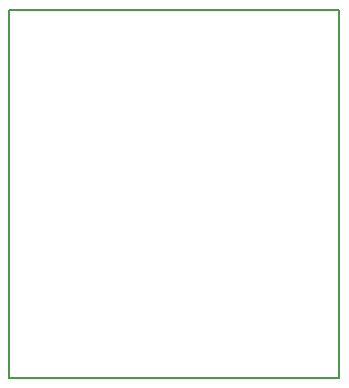
<source format=gbr>
G04 #@! TF.GenerationSoftware,KiCad,Pcbnew,(5.0.2)-1*
G04 #@! TF.CreationDate,2019-09-14T16:49:05-04:00*
G04 #@! TF.ProjectId,RS232_TTL_Male,52533233-325f-4545-944c-5f4d616c652e,rev?*
G04 #@! TF.SameCoordinates,Original*
G04 #@! TF.FileFunction,Profile,NP*
%FSLAX46Y46*%
G04 Gerber Fmt 4.6, Leading zero omitted, Abs format (unit mm)*
G04 Created by KiCad (PCBNEW (5.0.2)-1) date 9/14/2019 4:49:05 PM*
%MOMM*%
%LPD*%
G01*
G04 APERTURE LIST*
%ADD10C,0.200000*%
G04 APERTURE END LIST*
D10*
X0Y-31115000D02*
X0Y0D01*
X27940000Y-31115000D02*
X0Y-31115000D01*
X27940000Y0D02*
X27940000Y-31115000D01*
X0Y0D02*
X27940000Y0D01*
M02*

</source>
